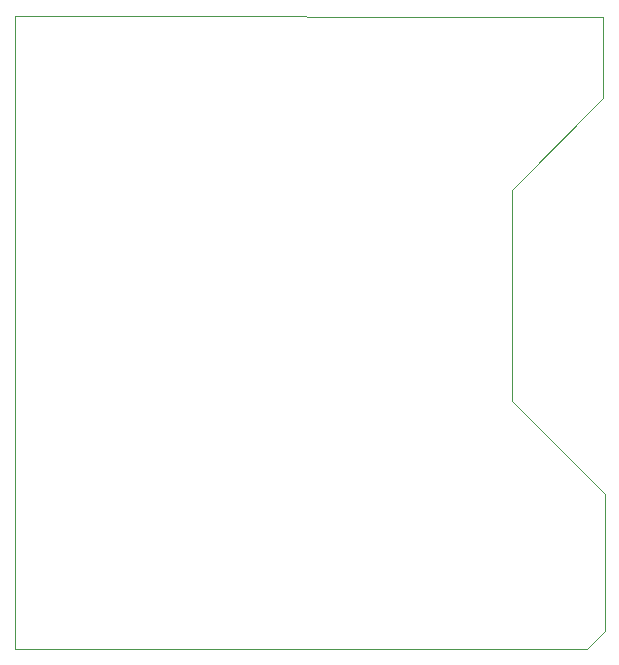
<source format=gbr>
%TF.GenerationSoftware,KiCad,Pcbnew,(5.1.10)-1*%
%TF.CreationDate,2022-01-22T14:52:44+00:00*%
%TF.ProjectId,mike_pcb_arduino_sheild,6d696b65-5f70-4636-925f-61726475696e,rev?*%
%TF.SameCoordinates,Original*%
%TF.FileFunction,Profile,NP*%
%FSLAX46Y46*%
G04 Gerber Fmt 4.6, Leading zero omitted, Abs format (unit mm)*
G04 Created by KiCad (PCBNEW (5.1.10)-1) date 2022-01-22 14:52:44*
%MOMM*%
%LPD*%
G01*
G04 APERTURE LIST*
%TA.AperFunction,Profile*%
%ADD10C,0.050000*%
%TD*%
G04 APERTURE END LIST*
D10*
X186817000Y-139954000D02*
X138430000Y-139954000D01*
X188341000Y-138430000D02*
X186817000Y-139954000D01*
X188341000Y-126873000D02*
X188341000Y-138430000D01*
X187833000Y-126365000D02*
X188341000Y-126873000D01*
X180467000Y-118999000D02*
X187833000Y-126365000D01*
X180467000Y-101092000D02*
X180467000Y-118999000D01*
X188214000Y-93345000D02*
X180467000Y-101092000D01*
X188214000Y-86487000D02*
X188214000Y-93345000D01*
X138430000Y-86360000D02*
X188214000Y-86487000D01*
X138430000Y-139954000D02*
X138430000Y-86360000D01*
M02*

</source>
